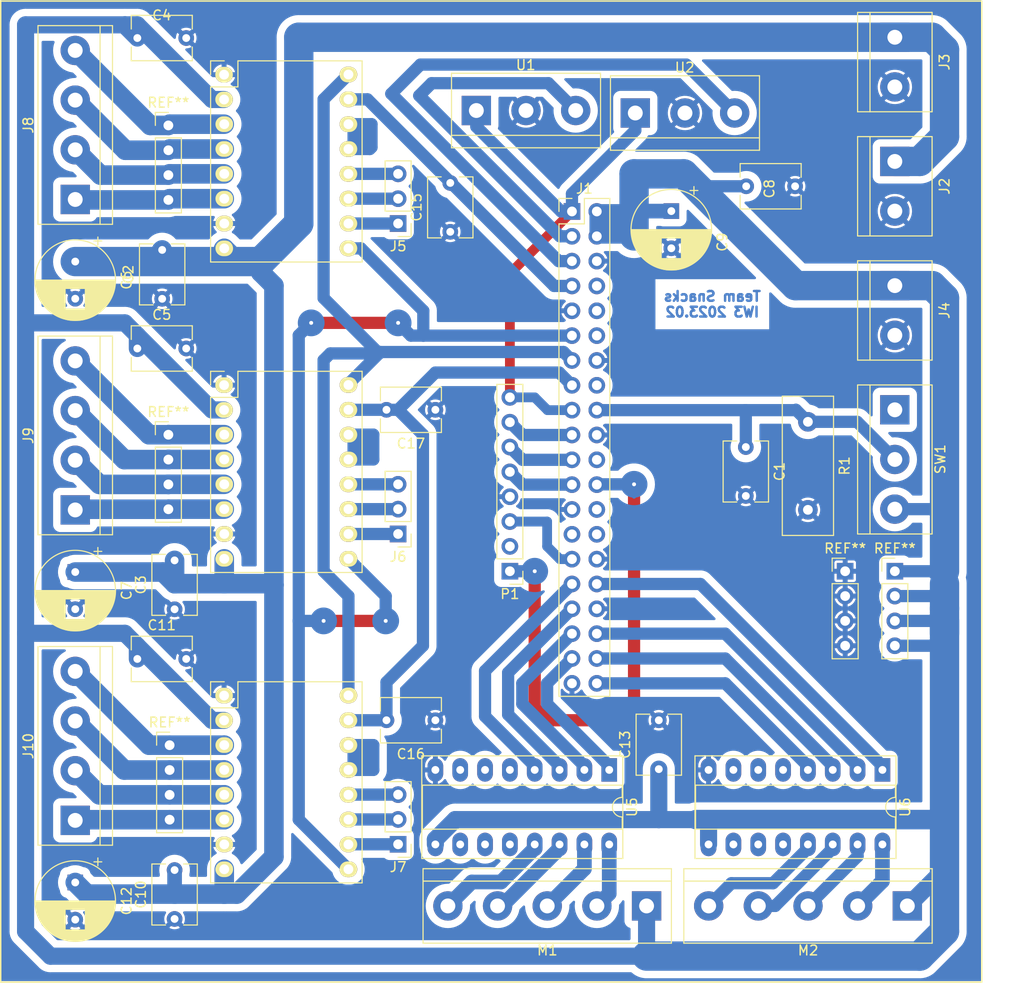
<source format=kicad_pcb>
(kicad_pcb (version 20211014) (generator pcbnew)
  (layers (0 "F.Cu" signal) (31 "B.Cu" signal) (34 "B.Paste" user) (35 "F.Paste" user) (36 "B.SilkS" user "B.Silkscreen") (37 "F.SilkS" user "F.Silkscreen") (38 "B.Mask" user) (39 "F.Mask" user) (44 "Edge.Cuts" user))
  (net 0 "")
  (net 1 "GND")
  (net 2 "+5V")
  (net 3 "+12V")
  (net 4 "EN CNTRL")
  (net 5 "Net-(J7-Pad1)")
  (net 6 "Net-(J7-Pad2)")
  (net 7 "Net-(J7-Pad3)")
  (net 8 "Net-(U7-Pad13)")
  (net 9 "V STEP CNTRL")
  (net 10 "DIR CNTRL")
  (net 11 "Net-(J6-Pad1)")
  (net 12 "Net-(J6-Pad2)")
  (net 13 "Net-(J6-Pad3)")
  (net 14 "Net-(U3-Pad13)")
  (net 15 "H STEP CNTRL")
  (net 16 "Net-(J5-Pad1)")
  (net 17 "Net-(J5-Pad2)")
  (net 18 "Net-(J5-Pad3)")
  (net 19 "Net-(U4-Pad13)")
  (net 20 "Net-(M2-Pad4)")
  (net 21 "Net-(M1-Pad2)")
  (net 22 "Net-(M1-Pad3)")
  (net 23 "Net-(M2-Pad2)")
  (net 24 "Net-(M2-Pad3)")
  (net 25 "Net-(J9-Pad4)")
  (net 26 "Net-(M2-Pad5)")
  (net 27 "Net-(M1-Pad4)")
  (net 28 "Net-(M1-Pad5)")
  (net 29 "Limit SW")
  (net 31 "PD CNTRL I1")
  (net 32 "PD CNTRL I2")
  (net 33 "PD CNTRL I3")
  (net 34 "PD CNTRL I4")
  (net 41 "D CNTRL I1")
  (net 42 "D CNTRL I2")
  (net 43 "D CNTRL I3")
  (net 44 "D CNTRL I4")
  (net 51 "+3V3")
  (net 54 "V Sensor")
  (net 55 "H Sensor")
  (net 57 "Net-(J9-Pad3)")
  (net 58 "Net-(J9-Pad2)")
  (net 59 "Net-(J9-Pad1)")
  (net 60 "Net-(J8-Pad4)")
  (net 61 "Net-(J8-Pad3)")
  (net 62 "Net-(J8-Pad2)")
  (net 63 "Net-(J8-Pad1)")
  (net 64 "Net-(J10-Pad4)")
  (net 65 "Net-(J10-Pad3)")
  (net 66 "Net-(J10-Pad2)")
  (net 67 "Net-(J10-Pad1)")
  (net 68 "RFID SDA")
  (net 69 "RFID SCK")
  (net 70 "RFID MOSI")
  (net 71 "RFID MISO")
  (net 72 "RFID RST")
  (footprint "Capacitor_THT:C_Disc_D6.0mm_W4.4mm_P5.00mm" (layer "F.Cu") (at 34.29 25.48)
    (fp_text reference "C4")
    (fp_text value "100nF")
  )
  (footprint "TerminalBlock:TerminalBlock_bornier-4_P5.08mm" (layer "F.Cu") (at 27.94 73.74 90)
    (fp_text reference "J9")
    (fp_text value "Motor")
  )
  (footprint "Connector_PinHeader_2.54mm:PinHeader_1x04_P2.54mm_Vertical" (layer "F.Cu") (at 37.592 97.8)
    (fp_text reference "REF**")
    (fp_text value "PinHeader_1x04_P2.54mm_Vertical")
  )
  (footprint "Connector_PinHeader_2.54mm:PinHeader_1x03_P2.54mm_Vertical" (layer "F.Cu") (at 60.96 44.45 180)
    (fp_text reference "J5")
    (fp_text value "Conn_01x03_Male")
  )
  (footprint "Capacitor_THT:C_Disc_D6.0mm_W4.4mm_P5.00mm" (layer "F.Cu") (at 101.56 40.64 180)
    (fp_text reference "C8")
    (fp_text value "100nF")
  )
  (footprint "TerminalBlock:TerminalBlock_bornier-3_P5.08mm" (layer "F.Cu") (at 111.76 63.5 -90)
    (fp_text reference "SW1")
    (fp_text value "SW_SPDT")
  )
  (footprint "TerminalBlock:TerminalBlock_bornier-5_P5.08mm" (layer "F.Cu") (at 113.04 114.24 180)
    (fp_text reference "M2")
    (fp_text value "Stepper_Motor_unipolar_5pin")
  )
  (footprint "Capacitor_THT:CP_Radial_D8.0mm_P3.80mm" (layer "F.Cu") (at 27.94 48.34 -90)
    (fp_text reference "C6")
    (fp_text value "220uF")
  )
  (footprint "Capacitor_THT:C_Disc_D6.0mm_W4.4mm_P5.00mm" (layer "F.Cu") (at 96.52 67.31 -90)
    (fp_text reference "C1")
    (fp_text value "100nF")
  )
  (footprint "Capacitor_THT:C_Disc_D6.0mm_W4.4mm_P5.00mm" (layer "F.Cu") (at 64.77 95.25 180)
    (fp_text reference "C16")
    (fp_text value "100n")
  )
  (footprint "Capacitor_THT:CP_Radial_D8.0mm_P3.80mm" (layer "F.Cu") (at 27.94 111.84 -90)
    (fp_text reference "C12")
    (fp_text value "220uF")
  )
  (footprint "TerminalBlock:TerminalBlock_bornier-2_P5.08mm" (layer "F.Cu") (at 111.76 50.8 -90)
    (fp_text reference "J4")
    (fp_text value "5V Input")
  )
  (footprint "Capacitor_THT:C_Disc_D6.0mm_W4.4mm_P5.00mm" (layer "F.Cu") (at 66.294 45.299 90)
    (fp_text reference "C15")
    (fp_text value "100n")
  )
  (footprint "Capacitor_THT:CP_Radial_D8.0mm_P3.80mm" (layer "F.Cu") (at 88.9 43.18 -90)
    (fp_text reference "C9")
    (fp_text value "220uF")
  )
  (footprint "Connector_PinHeader_2.54mm:PinHeader_1x03_P2.54mm_Vertical" (layer "F.Cu") (at 60.96 107.935 180)
    (fp_text reference "J7")
    (fp_text value "Conn_01x03_Male")
  )
  (footprint "TerminalBlock:TerminalBlock_bornier-5_P5.08mm" (layer "F.Cu") (at 86.37 114.24 180)
    (fp_text reference "M1")
    (fp_text value "Stepper_Motor_unipolar_5pin")
  )
  (footprint "Capacitor_THT:CP_Radial_D8.0mm_P3.80mm" (layer "F.Cu") (at 27.94 80.09 -90)
    (fp_text reference "C7")
    (fp_text value "220uF")
  )
  (footprint "Package_DIP:DIP-16_W7.62mm_Socket_LongPads" (layer "F.Cu") (at 110.49 100.33 -90)
    (fp_text reference "U6")
    (fp_text value "ULN2003A")
  )
  (footprint "custom-footprint-library:Pololu_A4988" (layer "F.Cu") (at 43.18 92.71)
    (fp_text reference "U7")
    (fp_text value "A4988")
  )
  (footprint "Capacitor_THT:C_Disc_D6.0mm_W4.4mm_P5.00mm" (layer "F.Cu") (at 87.62 100.25 90)
    (fp_text reference "C13")
    (fp_text value "100nF")
  )
  (footprint "Capacitor_THT:C_Disc_D6.0mm_W4.4mm_P5.00mm" (layer "F.Cu") (at 38.1 83.9 90)
    (fp_text reference "C3")
    (fp_text value "100nF")
  )
  (footprint "Capacitor_THT:C_Disc_D6.0mm_W4.4mm_P5.00mm" (layer "F.Cu") (at 34.29 57.23)
    (fp_text reference "C5")
    (fp_text value "100nF")
  )
  (footprint "Connector_PinHeader_2.54mm:PinHeader_1x04_P2.54mm_Vertical" (layer "F.Cu") (at 106.68 80.01)
    (fp_text reference "REF**")
    (fp_text value "PinHeader_1x04_P2.54mm_Vertical")
  )
  (footprint "TerminalBlock:TerminalBlock_bornier-2_P5.08mm" (layer "F.Cu") (at 111.76 25.4 -90)
    (fp_text reference "J3")
    (fp_text value "12V Output")
  )
  (footprint "TerminalBlock:TerminalBlock_bornier-4_P5.08mm" (layer "F.Cu") (at 27.94 105.49 90)
    (fp_text reference "J10")
    (fp_text value "Motor")
  )
  (footprint "Package_DIP:DIP-16_W7.62mm_Socket_LongPads" (layer "F.Cu") (at 82.55 100.33 -90)
    (fp_text reference "U5")
    (fp_text value "ULN2003A")
  )
  (footprint "TerminalBlock:TerminalBlock_bornier-3_P5.08mm" (layer "F.Cu") (at 68.961 32.893)
    (fp_text reference "U1")
    (fp_text value "IR-D")
  )
  (footprint "Capacitor_THT:C_Disc_D6.0mm_W4.4mm_P5.00mm" (layer "F.Cu") (at 34.29 88.98)
    (fp_text reference "C11")
    (fp_text value "100nF")
  )
  (footprint "TerminalBlock:TerminalBlock_bornier-2_P5.08mm" (layer "F.Cu") (at 111.76 38.1 -90)
    (fp_text reference "J2")
    (fp_text value "12V Input")
  )
  (footprint "Connector_PinHeader_2.54mm:PinHeader_1x04_P2.54mm_Vertical" (layer "F.Cu") (at 37.465 34.417)
    (fp_text reference "REF**")
    (fp_text value "PinHeader_1x04_P2.54mm_Vertical")
  )
  (footprint "custom-footprint-library:Pololu_A4988" (layer "F.Cu") (at 43.18 29.21)
    (fp_text reference "U3")
    (fp_text value "A4988")
  )
  (footprint "Capacitor_THT:C_Disc_D6.0mm_W4.4mm_P5.00mm" (layer "F.Cu") (at 38.1 115.57 90)
    (fp_text reference "C10")
    (fp_text value "100nF")
  )
  (footprint "Connector_PinHeader_2.54mm:PinHeader_1x03_P2.54mm_Vertical" (layer "F.Cu") (at 60.96 76.2 180)
    (fp_text reference "J6")
    (fp_text value "Conn_01x03_Male")
  )
  (footprint "Capacitor_THT:C_Disc_D6.0mm_W4.4mm_P5.00mm" (layer "F.Cu") (at 64.77 63.5 180)
    (fp_text reference "C17")
    (fp_text value "100n")
  )
  (footprint "Resistor_THT:R_Box_L14.0mm_W5.0mm_P9.00mm" (layer "F.Cu") (at 102.87 64.73 -90)
    (fp_text reference "R1")
    (fp_text value "10K")
  )
  (footprint "Connector_PinHeader_2.54mm:PinHeader_1x08_P2.54mm_Vertical" (layer "F.Cu") (at 72.39 80.01 180)
    (fp_text reference "P1")
    (fp_text value "RFID-RC522-MODULE")
  )
  (footprint "Connector_PinHeader_2.54mm:PinHeader_1x04_P2.54mm_Vertical" (layer "F.Cu") (at 111.76 80.01)
    (fp_text reference "REF**")
    (fp_text value "PinHeader_1x04_P2.54mm_Vertical")
  )
  (footprint "custom-footprint-library:Pololu_A4988" (layer "F.Cu") (at 43.18 60.96)
    (fp_text reference "U4")
    (fp_text value "A4988")
  )
  (footprint "Connector_PinHeader_2.54mm:PinHeader_1x04_P2.54mm_Vertical" (layer "F.Cu") (at 37.465 66.05)
    (fp_text reference "REF**")
    (fp_text value "PinHeader_1x04_P2.54mm_Vertical")
  )
  (footprint "TerminalBlock:TerminalBlock_bornier-3_P5.08mm" (layer "F.Cu") (at 85.217 33.147)
    (fp_text reference "U2")
    (fp_text value "IR-D")
  )
  (footprint "Connector_PinHeader_2.54mm:PinHeader_2x20_P2.54mm_Vertical" (layer "F.Cu") (at 78.74 43.215)
    (fp_text reference "J1")
    (fp_text value "Raspberry_Pi_4")
  )
  (footprint "TerminalBlock:TerminalBlock_bornier-4_P5.08mm" (layer "F.Cu") (at 27.94 41.99 90)
    (fp_text reference "J8")
    (fp_text value "Motor")
  )
  (footprint "Capacitor_THT:C_Disc_D6.0mm_W4.4mm_P5.00mm" (layer "F.Cu") (at 36.83 52.15 90)
    (fp_text reference "C2")
    (fp_text value "100nF")
  )
  (gr_circle (center 59.69 85.09) (end 60.96 85.09) (layer "B.Cu") (width 0.2) (fill solid))
  (gr_rect (start 55.88 97.79) (end 58.42 100.33) (layer "B.Cu") (width 0.2) (fill solid))
  (gr_rect (start 55.88 34.29) (end 58.42 36.83) (layer "B.Cu") (width 0.2) (fill solid))
  (gr_rect (start 81.28 43.18) (end 85.09 45.72) (layer "B.Cu") (width 0.2) (fill none))
  (gr_rect (start 81.28 43.18) (end 85.09 45.72) (layer "B.Cu") (width 0.2) (fill solid))
  (gr_circle (center 85.09 72.39) (end 85.09 72.39) (layer "B.Cu") (width 0.2) (fill none))
  (gr_circle (center 60.96 54.61) (end 62.23 54.61) (layer "B.Cu") (width 0.2) (fill solid))
  (gr_rect (start 55.88 66.04) (end 58.42 68.58) (layer "B.Cu") (width 0.2) (fill solid))
  (gr_circle (center 74.93 80.01) (end 76.2 80.01) (layer "B.Cu") (width 0.2) (fill solid))
  (gr_circle (center 85.09 71.12) (end 86.36 71.12) (layer "B.Cu") (width 0.2) (fill solid))
  (gr_circle (center 52.07 54.61) (end 53.34 54.61) (layer "B.Cu") (width 0.2) (fill solid))
  (gr_rect (start 85.09 45.72) (end 85.09 45.72) (layer "B.Cu") (width 0.2) (fill none))
  (gr_circle (center 53.34 85.09) (end 54.61 85.09) (layer "B.Cu") (width 0.2) (fill solid))
  (gr_rect (start 20.32 21.697) (end 120.65 122.027) (layer "F.SilkS") (width 0.15) (fill none))
  (gr_text "Team Snacks\nIW3 2023.02" (at 93.091 52.705) (layer "B.Cu") (effects (font (size 1 1) (thickness 0.25)) (justify mirror)))
  (segment (start 72.39 72.39) (end 72.425 72.39) (width 1) (layer "B.Cu") (net 1))
  (segment (start 116.84 83.82) (end 116.84 86.36) (width 3) (layer "B.Cu") (net 2))
  (segment (start 113.04 114.24) (end 113.04 114.29) (width 1.75) (layer "B.Cu") (net 2))
  (segment (start 22.86 54.61) (end 33.02 54.61) (width 1.75) (layer "B.Cu") (net 2))
  (segment (start 115.57 73.66) (end 116.184511 74.274511) (width 1.25) (layer "B.Cu") (net 2))
  (segment (start 111.76 50.8) (end 101.6 50.8) (width 3) (layer "B.Cu") (net 2))
  (segment (start 88.9 43.18) (end 85.09 43.18) (width 1.5) (layer "B.Cu") (net 2))
  (segment (start 91.44 105.41) (end 115.529022 105.41) (width 2) (layer "B.Cu") (net 2))
  (segment (start 111.76 80.01) (end 115.57 80.01) (width 1.25) (layer "B.Cu") (net 2))
  (segment (start 111.76 73.66) (end 115.57 73.66) (width 1.25) (layer "B.Cu") (net 2))
  (segment (start 81.28 43.215) (end 81.28 45.755) (width 1.5) (layer "B.Cu") (net 2))
  (segment (start 111.76 82.55) (end 115.57 82.55) (width 1.25) (layer "B.Cu") (net 2))
  (segment (start 33.02 24.21) (end 34.29 25.48) (width 1.75) (layer "B.Cu") (net 2))
  (segment (start 33.02 54.61) (end 34.29 55.88) (width 1.75) (layer "B.Cu") (net 2))
  (segment (start 116.84 52.07) (end 116.84 80.01) (width 3) (layer "B.Cu") (net 2))
  (segment (start 34.29 87.63) (end 34.29 88.98) (width 1.75) (layer "B.Cu") (net 2))
  (segment (start 111.76 87.63) (end 115.57 87.63) (width 1.25) (layer "B.Cu") (net 2))
  (segment (start 85.055 43.215) (end 85.09 43.25) (width 3) (layer "B.Cu") (net 2))
  (segment (start 64.77 107.439029) (end 64.77 107.95) (width 1.75) (layer "B.Cu") (net 2))
  (segment (start 92.71 105.45) (end 92.67 105.41) (width 1.75) (layer "B.Cu") (net 2))
  (segment (start 41.926285 95.266285) (end 43.161349 95.266285) (width 1.75) (layer "B.Cu") (net 2))
  (segment (start 87.62 105.41) (end 66.799029 105.41) (width 1.75) (layer "B.Cu") (net 2))
  (segment (start 115.57 80.01) (end 116.84 81.28) (width 1.25) (layer "B.Cu") (net 2))
  (segment (start 33.02 24.13) (end 33.02 24.21) (width 1.75) (layer "B.Cu") (net 2))
  (segment (start 116.84 85.09) (end 116.84 116.84) (width 3) (layer "B.Cu") (net 2))
  (segment (start 22.86 54.61) (end 22.86 24.13) (width 1.75) (layer "B.Cu") (net 2))
  (segment (start 96.56 40.64) (end 92.71 40.64) (width 1.25) (layer "B.Cu") (net 2))
  (segment (start 22.86 24.13) (end 33.02 24.13) (width 1.75) (layer "B.Cu") (net 2))
  (segment (start 86.37 114.24) (end 86.37 119.37) (width 1.75) (layer "B.Cu") (net 2))
  (segment (start 34.29 55.88) (end 41.926285 63.516285) (width 1.75) (layer "B.Cu") (net 2))
  (segment (start 34.29 57.23) (end 34.29 55.88) (width 1.75) (layer "B.Cu") (net 2))
  (segment (start 86.36 119.38) (end 25.4 119.38) (width 1.75) (layer "B.Cu") (net 2))
  (segment (start 114.31 119.37) (end 86.37 119.37) (width 3) (layer "B.Cu") (net 2))
  (segment (start 22.86 86.36) (end 33.02 86.36) (width 1.75) (layer "B.Cu") (net 2))
  (segment (start 85.09 39.37) (end 85.09 43.18) (width 3) (layer "B.Cu") (net 2))
  (segment (start 92.71 107.95) (end 92.71 105.45) (width 1.75) (layer "B.Cu") (net 2))
  (segment (start 87.62 105.41) (end 87.62 100.25) (width 1.75) (layer "B.Cu") (net 2))
  (segment (start 22.86 116.84) (end 22.86 86.36) (width 1.75) (layer "B.Cu") (net 2))
  (segment (start 22.86 86.36) (end 22.86 54.61) (width 1.75) (layer "B.Cu") (net 2))
  (segment (start 115.57 82.55) (end 116.84 81.28) (width 1.25) (layer "B.Cu") (net 2))
  (segment (start 85.09 43.18) (end 85.055 43.215) (width 3) (layer "B.Cu") (net 2))
  (segment (start 81.28 43.215) (end 85.055 43.215) (width 1.5) (layer "B.Cu") (net 2))
  (segment (start 33.02 24.13) (end 34.29 24.13) (width 1.75) (layer "B.Cu") (net 2))
  (segment (start 87.62 105.41) (end 92.67 105.41) (width 1.75) (layer "B.Cu") (net 2))
  (segment (start 33.02 86.36) (end 34.29 87.63) (width 1.75) (layer "B.Cu") (net 2))
  (segment (start 92.075 41.275) (end 90.17 39.37) (width 3) (layer "B.Cu") (net 2))
  (segment (start 113.04 114.29) (end 116.184511 111.145489) (width 1.75) (layer "B.Cu") (net 2))
  (segment (start 115.57 50.8) (end 116.84 52.07) (width 3) (layer "B.Cu") (net 2))
  (segment (start 85.055 45.755) (end 85.09 45.72) (width 1.5) (layer "B.Cu") (net 2))
  (segment (start 111.76 50.8) (end 115.57 50.8) (width 3) (layer "B.Cu") (net 2))
  (segment (start 34.29 87.63) (end 41.926285 95.266285) (width 1.75) (layer "B.Cu") (net 2))
  (segment (start 116.84 81.28) (end 116.84 83.82) (width 3) (layer "B.Cu") (net 2))
  (segment (start 41.926285 63.516285) (end 43.161349 63.516285) (width 1.75) (layer "B.Cu") (net 2))
  (segment (start 85.09 43.25) (end 85.09 45.72) (width 3) (layer "B.Cu") (net 2))
  (segment (start 115.57 85.09) (end 116.84 83.82) (width 1.25) (layer "B.Cu") (net 2))
  (segment (start 101.6 50.8) (end 92.075 41.275) (width 3) (layer "B.Cu") (net 2))
  (segment (start 111.76 85.09) (end 115.57 85.09) (width 1.25) (layer "B.Cu") (net 2))
  (segment (start 81.28 45.755) (end 85.055 45.755) (width 1.5) (layer "B.Cu") (net 2))
  (segment (start 66.799029 105.41) (end 64.77 107.439029) (width 1.75) (layer "B.Cu") (net 2))
  (segment (start 41.926285 31.766285) (end 43.161349 31.766285) (width 1.75) (layer "B.Cu") (net 2))
  (segment (start 86.37 119.37) (end 86.36 119.38) (width 1.75) (layer "B.Cu") (net 2))
  (segment (start 34.29 24.13) (end 41.926285 31.766285) (width 1.75) (layer "B.Cu") (net 2))
  (segment (start 92.71 40.64) (end 92.075 41.275) (width 1.25) (layer "B.Cu") (net 2))
  (segment (start 115.57 87.63) (end 116.84 86.36) (width 1.25) (layer "B.Cu") (net 2))
  (segment (start 116.84 116.84) (end 114.31 119.37) (width 3) (layer "B.Cu") (net 2))
  (segment (start 90.17 39.37) (end 85.09 39.37) (width 3) (layer "B.Cu") (net 2))
  (segment (start 25.4 119.38) (end 22.86 116.84) (width 1.75) (layer "B.Cu") (net 2))
  (segment (start 44.37 48.34) (end 46.91 48.34) (width 2) (layer "B.Cu") (net 3))
  (segment (start 111.76 25.4) (end 115.57 25.4) (width 3) (layer "B.Cu") (net 3))
  (segment (start 111.76 25.4) (end 50.8 25.4) (width 3) (layer "B.Cu") (net 3))
  (segment (start 48.133 81.28) (end 48.26 81.407) (width 2) (layer "B.Cu") (net 3))
  (segment (start 43.1 47.07) (end 43.18 46.99) (width 2) (layer "B.Cu") (net 3))
  (segment (start 38.1 78.9) (end 38.1 81.28) (width 2) (layer "B.Cu") (net 3))
  (segment (start 48.26 50.8) (end 48.26 81.407) (width 2) (layer "B.Cu") (net 3))
  (segment (start 115.57 25.4) (end 116.84 26.67) (width 3) (layer "B.Cu") (net 3))
  (segment (start 114.3 38.1) (end 111.76 38.1) (width 3) (layer "B.Cu") (net 3))
  (segment (start 43.1 48.34) (end 44.37 48.34) (width 2) (layer "B.Cu") (net 3))
  (segment (start 38.1 110.57) (end 38.1 113.03) (width 1.5) (layer "B.Cu") (net 3))
  (segment (start 46.91 48.34) (end 27.94 48.34) (width 3) (layer "B.Cu") (net 3))
  (segment (start 36.75 47.23) (end 36.83 47.15) (width 2) (layer "B.Cu") (net 3))
  (segment (start 29.13 113.03) (end 27.94 111.84) (width 2) (layer "B.Cu") (net 3))
  (segment (start 36.91 80.09) (end 38.1 81.28) (width 2) (layer "B.Cu") (net 3))
  (segment (start 27.94 80.09) (end 36.91 80.09) (width 2) (layer "B.Cu") (net 3))
  (segment (start 36.75 48.34) (end 43.1 48.34) (width 2) (layer "B.Cu") (net 3))
  (segment (start 43.18 78.74) (end 43.18 81.28) (width 2) (layer "B.Cu") (net 3))
  (segment (start 48.26 109.22) (end 44.45 113.03) (width 2) (layer "B.Cu") (net 3))
  (segment (start 116.84 35.56) (end 114.3 38.1) (width 3) (layer "B.Cu") (net 3))
  (segment (start 43.18 113.03) (end 38.1 113.03) (width 2) (layer "B.Cu") (net 3))
  (segment (start 46.91 49.45) (end 46.91 48.34) (width 2) (layer "B.Cu") (net 3))
  (segment (start 38.1 113.03) (end 29.13 113.03) (width 2) (layer "B.Cu") (net 3))
  (segment (start 36.75 48.34) (end 36.75 47.23) (width 2) (layer "B.Cu") (net 3))
  (segment (start 50.8 44.45) (end 46.91 48.34) (width 3) (layer "B.Cu") (net 3))
  (segment (start 116.84 26.67) (end 116.84 35.56) (width 3) (layer "B.Cu") (net 3))
  (segment (start 48.26 50.8) (end 46.91 49.45) (width 2) (layer "B.Cu") (net 3))
  (segment (start 43.18 113.03) (end 43.18 110.49) (width 2) (layer "B.Cu") (net 3))
  (segment (start 48.26 81.407) (end 48.26 109.22) (width 2) (layer "B.Cu") (net 3))
  (segment (start 38.1 81.28) (end 43.18 81.28) (width 2) (layer "B.Cu") (net 3))
  (segment (start 50.8 25.4) (end 50.8 44.45) (width 3) (layer "B.Cu") (net 3))
  (segment (start 43.18 81.28) (end 48.133 81.28) (width 2) (layer "B.Cu") (net 3))
  (segment (start 44.37 48.34) (end 44.37 48.18) (width 2) (layer "B.Cu") (net 3))
  (segment (start 43.1 48.34) (end 43.1 47.07) (width 2) (layer "B.Cu") (net 3))
  (segment (start 44.37 48.18) (end 43.18 46.99) (width 2) (layer "B.Cu") (net 3))
  (segment (start 44.45 113.03) (end 43.18 113.03) (width 2) (layer "B.Cu") (net 3))
  (segment (start 27.94 48.34) (end 36.75 48.34) (width 2) (layer "B.Cu") (net 3))
  (segment (start 52.07 54.61) (end 60.96 54.61) (width 1.25) (layer "F.Cu") (net 4))
  (segment (start 53.34 85.09) (end 59.69 85.09) (width 1.25) (layer "F.Cu") (net 4))
  (via (at 52.07 54.61) (size 0.8) (drill 0.4) (layers "F.Cu" "B.Cu") (net 4))
  (via (at 53.34 85.09) (size 0.8) (drill 0.4) (layers "F.Cu" "B.Cu") (net 4))
  (via (at 59.69 85.09) (size 0.8) (drill 0.4) (layers "F.Cu" "B.Cu") (net 4))
  (via (at 60.96 54.61) (size 0.8) (drill 0.4) (layers "F.Cu" "B.Cu") (net 4))
  (segment (start 63.535 55.915) (end 62.265 55.915) (width 1.25) (layer "B.Cu") (net 4))
  (segment (start 62.265 55.915) (end 60.96 54.61) (width 1.25) (layer "B.Cu") (net 4))
  (segment (start 59.69 82.55) (end 59.69 85.09) (width 1.25) (layer "B.Cu") (net 4))
  (segment (start 78.74 55.915) (end 63.535 55.915) (width 1.25) (layer "B.Cu") (net 4))
  (segment (start 63.535 53.375) (end 63.535 55.915) (width 1.25) (layer "B.Cu") (net 4))
  (segment (start 50.8 85.09) (end 53.34 85.09) (width 1.25) (layer "B.Cu") (net 4))
  (segment (start 57.15 46.99) (end 63.535 53.375) (width 1.25) (layer "B.Cu") (net 4))
  (segment (start 55.88 46.99) (end 57.15 46.99) (width 1.25) (layer "B.Cu") (net 4))
  (segment (start 50.8 55.88) (end 52.07 54.61) (width 1.25) (layer "B.Cu") (net 4))
  (segment (start 50.8 85.09) (end 50.8 55.88) (width 1.25) (layer "B.Cu") (net 4))
  (segment (start 55.88 110.49) (end 50.8 105.41) (width 1.25) (layer "B.Cu") (net 4))
  (segment (start 50.8 105.41) (end 50.8 85.09) (width 1.25) (layer "B.Cu") (net 4))
  (segment (start 55.88 78.74) (end 59.69 82.55) (width 1.25) (layer "B.Cu") (net 4))
  (segment (start 60.96 107.935) (end 55.895 107.935) (width 1.25) (layer "B.Cu") (net 5))
  (segment (start 55.895 107.935) (end 55.88 107.95) (width 1.25) (layer "B.Cu") (net 5))
  (segment (start 55.895 105.395) (end 55.88 105.41) (width 1.25) (layer "B.Cu") (net 6))
  (segment (start 60.96 105.395) (end 55.895 105.395) (width 1.25) (layer "B.Cu") (net 6))
  (segment (start 60.96 102.855) (end 55.895 102.855) (width 1.25) (layer "B.Cu") (net 7))
  (segment (start 55.895 102.855) (end 55.88 102.87) (width 1.25) (layer "B.Cu") (net 7))
  (segment (start 58.42 100.33) (end 55.88 100.33) (width 1.25) (layer "B.Cu") (net 8))
  (segment (start 55.88 97.79) (end 58.42 97.79) (width 1.25) (layer "B.Cu") (net 8))
  (segment (start 58.42 97.79) (end 58.42 100.33) (width 1.25) (layer "B.Cu") (net 8))
  (segment (start 55.88 95.25) (end 59.77 95.25) (width 1.25) (layer "B.Cu") (net 9))
  (segment (start 63.5 66.04) (end 60.96 63.5) (width 1.25) (layer "B.Cu") (net 9))
  (segment (start 63.5 87.63) (end 63.5 66.04) (width 1.25) (layer "B.Cu") (net 9))
  (segment (start 60.96 63.5) (end 64.77 59.69) (width 1.25) (layer "B.Cu") (net 9))
  (segment (start 59.77 91.36) (end 63.5 87.63) (width 1.25) (layer "B.Cu") (net 9))
  (segment (start 64.77 59.69) (end 77.435 59.69) (width 1.25) (layer "B.Cu") (net 9))
  (segment (start 77.435 59.69) (end 78.74 60.995) (width 1.25) (layer "B.Cu") (net 9))
  (segment (start 59.77 63.5) (end 60.96 63.5) (width 1.25) (layer "B.Cu") (net 9))
  (segment (start 59.77 95.25) (end 59.77 91.36) (width 1.25) (layer "B.Cu") (net 9))
  (segment (start 55.88 63.5) (end 59.77 63.5) (width 1.25) (layer "B.Cu") (net 9))
  (segment (start 55.88 82.55) (end 53.34 80.01) (width 1.25) (layer "B.Cu") (net 10))
  (segment (start 55.88 29.21) (end 53.34 31.75) (width 1.25) (layer "B.Cu") (net 10))
  (segment (start 59.150489 57.589511) (end 77.874511 57.589511) (width 1.25) (layer "B.Cu") (net 10))
  (segment (start 53.34 58.42) (end 54.025 57.735) (width 1.25) (layer "B.Cu") (net 10))
  (segment (start 55.88 60.96) (end 55.88 60.86) (width 1.25) (layer "B.Cu") (net 10))
  (segment (start 59.005 57.735) (end 59.150489 57.589511) (width 1.25) (layer "B.Cu") (net 10))
  (segment (start 53.34 52.07) (end 59.005 57.735) (width 1.25) (layer "B.Cu") (net 10))
  (segment (start 77.874511 57.589511) (end 78.74 58.455) (width 1.25) (layer "B.Cu") (net 10))
  (segment (start 53.34 31.75) (end 53.34 52.07) (width 1.25) (layer "B.Cu") (net 10))
  (segment (start 53.34 80.01) (end 53.34 58.42) (width 1.25) (layer "B.Cu") (net 10))
  (segment (start 55.88 60.86) (end 59.005 57.735) (width 1.25) (layer "B.Cu") (net 10))
  (segment (start 55.88 92.71) (end 55.88 82.55) (width 1.25) (layer "B.Cu") (net 10))
  (segment (start 54.025 57.735) (end 59.005 57.735) (width 1.25) (layer "B.Cu") (net 10))
  (segment (start 60.96 76.2) (end 55.88 76.2) (width 1.25) (layer "B.Cu") (net 11))
  (segment (start 60.96 73.66) (end 55.88 73.66) (width 1.25) (layer "B.Cu") (net 12))
  (segment (start 60.96 71.12) (end 55.88 71.12) (width 1.25) (layer "B.Cu") (net 13))
  (segment (start 58.240481 34.29) (end 58.240481 36.650481) (width 1.25) (layer "B.Cu") (net 14))
  (segment (start 55.88 34.29) (end 58.240481 34.29) (width 1.25) (layer "B.Cu") (net 14))
  (segment (start 58.240481 36.650481) (end 58.060962 36.83) (width 1.25) (layer "B.Cu") (net 14))
  (segment (start 58.060962 36.83) (end 55.88 36.83) (width 1.25) (layer "B.Cu") (net 14))
  (segment (start 66.507 40.427) (end 76.915 50.835) (width 1.25) (layer "B.Cu") (net 15))
  (segment (start 55.88 31.75) (end 57.83 31.75) (width 1.25) (layer "B.Cu") (net 15))
  (segment (start 55.88 31.75) (end 55.753 31.75) (width 1.25) (layer "B.Cu") (net 15))
  (segment (start 76.915 50.835) (end 78.74 50.835) (width 1.25) (layer "B.Cu") (net 15))
  (segment (start 66.294 40.299) (end 66.379 40.299) (width 1.25) (layer "B.Cu") (net 15))
  (segment (start 66.379 40.299) (end 66.507 40.427) (width 1.25) (layer "B.Cu") (net 15))
  (segment (start 57.83 31.75) (end 66.507 40.427) (width 1.25) (layer "B.Cu") (net 15))
  (segment (start 60.96 44.45) (end 55.88 44.45) (width 1.25) (layer "B.Cu") (net 16))
  (segment (start 60.96 41.91) (end 55.88 41.91) (width 1.25) (layer "B.Cu") (net 17))
  (segment (start 60.96 39.37) (end 55.88 39.37) (width 1.25) (layer "B.Cu") (net 18))
  (segment (start 55.88 66.04) (end 58.42 66.04) (width 1.25) (layer "B.Cu") (net 19))
  (segment (start 58.42 66.04) (end 58.42 68.58) (width 1.25) (layer "B.Cu") (net 19))
  (segment (start 58.42 68.58) (end 55.88 68.58) (width 1.25) (layer "B.Cu") (net 19))
  (segment (start 105.41 108.35) (end 99.52 114.24) (width 1.25) (layer "B.Cu") (net 20))
  (segment (start 99.52 114.24) (end 97.8 114.24) (width 1.25) (layer "B.Cu") (net 20))
  (segment (start 105.41 107.95) (end 105.41 108.35) (width 1.25) (layer "B.Cu") (net 20))
  (segment (start 82.55 107.95) (end 82.55 112.98) (width 1.5) (layer "B.Cu") (net 21))
  (segment (start 82.55 112.98) (end 81.29 114.24) (width 1.5) (layer "B.Cu") (net 21))
  (segment (start 80.01 110.44) (end 76.21 114.24) (width 1.5) (layer "B.Cu") (net 22))
  (segment (start 80.01 107.95) (end 80.01 110.44) (width 1.5) (layer "B.Cu") (net 22))
  (segment (start 110.49 107.95) (end 110.49 111.71) (width 1.5) (layer "B.Cu") (net 23))
  (segment (start 110.49 111.71) (end 107.96 114.24) (width 1.5) (layer "B.Cu") (net 23))
  (segment (start 107.95 109.17) (end 102.88 114.24) (width 1.25) (layer "B.Cu") (net 24))
  (segment (start 107.95 107.95) (end 107.95 109.17) (width 1.25) (layer "B.Cu") (net 24))
  (segment (start 37.465 66.050008) (end 35.490008 66.050008) (width 2) (layer "B.Cu") (net 25))
  (segment (start 35.490008 66.050008) (end 27.94 58.5) (width 2) (layer "B.Cu") (net 25))
  (segment (start 37.475008 66.04) (end 37.465 66.050008) (width 2) (layer "B.Cu") (net 25))
  (segment (start 35.48 66.04) (end 27.94 58.5) (width 1.25) (layer "B.Cu") (net 25))
  (segment (start 43.18 66.04) (end 37.475008 66.04) (width 2) (layer "B.Cu") (net 25))
  (segment (start 95.044511 111.915489) (end 92.72 114.24) (width 1.25) (layer "B.Cu") (net 26))
  (segment (start 102.87 107.95) (end 102.87 108.35) (width 1.25) (layer "B.Cu") (net 26))
  (segment (start 102.87 108.35) (end 99.304511 111.915489) (width 1.25) (layer "B.Cu") (net 26))
  (segment (start 99.304511 111.915489) (end 95.044511 111.915489) (width 1.25) (layer "B.Cu") (net 26))
  (segment (start 77.47 108.35) (end 71.58 114.24) (width 1.5) (layer "B.Cu") (net 27))
  (segment (start 77.47 107.95) (end 77.47 108.35) (width 1.5) (layer "B.Cu") (net 27))
  (segment (start 71.58 114.24) (end 71.13 114.24) (width 1.5) (layer "B.Cu") (net 27))
  (segment (start 71.489511 111.790489) (end 68.499511 111.790489) (width 1.5) (layer "B.Cu") (net 28))
  (segment (start 68.499511 111.790489) (end 66.05 114.24) (width 1.5) (layer "B.Cu") (net 28))
  (segment (start 74.93 107.95) (end 74.93 108.35) (width 1.5) (layer "B.Cu") (net 28))
  (segment (start 74.93 108.35) (end 71.489511 111.790489) (width 1.5) (layer "B.Cu") (net 28))
  (segment (start 101.605 63.535) (end 96.485 63.535) (width 1.25) (layer "B.Cu") (net 29))
  (segment (start 101.64 63.5) (end 101.605 63.535) (width 1.25) (layer "B.Cu") (net 29))
  (segment (start 96.52 63.57) (end 96.52 67.31) (width 1.25) (layer "B.Cu") (net 29))
  (segment (start 96.485 63.535) (end 96.52 63.57) (width 1.25) (layer "B.Cu") (net 29))
  (segment (start 107.91 64.73) (end 111.76 68.58) (width 1.25) (layer "B.Cu") (net 29))
  (segment (start 96.485 63.535) (end 81.28 63.535) (width 1.25) (layer "B.Cu") (net 29))
  (segment (start 102.87 64.73) (end 107.91 64.73) (width 1.25) (layer "B.Cu") (net 29))
  (segment (start 102.87 64.73) (end 101.64 63.5) (width 1.25) (layer "B.Cu") (net 29))
  (segment (start 76.2 93.58) (end 76.2 91.475) (width 1.25) (layer "B.Cu") (net 31))
  (segment (start 76.2 91.475) (end 78.74 88.935) (width 1.25) (layer "B.Cu") (net 31))
  (segment (start 82.55 100.33) (end 82.55 99.93) (width 1.25) (layer "B.Cu") (net 31))
  (segment (start 82.55 99.93) (end 76.2 93.58) (width 1.25) (layer "B.Cu") (net 31))
  (segment (start 73.66 93.58) (end 73.66 91.475) (width 1.25) (layer "B.Cu") (net 32))
  (segment (start 80.01 99.93) (end 73.66 93.58) (width 1.25) (layer "B.Cu") (net 32))
  (segment (start 73.66 91.475) (end 78.74 86.395) (width 1.25) (layer "B.Cu") (net 32))
  (segment (start 80.01 100.33) (end 80.01 99.93) (width 1.25) (layer "B.Cu") (net 32))
  (segment (start 77.47 99.93) (end 72.210481 94.670481) (width 1.25) (layer "B.Cu") (net 33))
  (segment (start 72.210481 94.670481) (end 72.210481 90.384519) (width 1.25) (layer "B.Cu") (net 33))
  (segment (start 77.47 100.33) (end 77.47 99.93) (width 1.25) (layer "B.Cu") (net 33))
  (segment (start 72.210481 90.384519) (end 78.74 83.855) (width 1.25) (layer "B.Cu") (net 33))
  (segment (start 69.85 94.85) (end 69.85 90.205) (width 1.25) (layer "B.Cu") (net 34))
  (segment (start 74.93 100.33) (end 74.93 99.93) (width 1.25) (layer "B.Cu") (net 34))
  (segment (start 69.85 90.205) (end 78.74 81.315) (width 1.25) (layer "B.Cu") (net 34))
  (segment (start 74.93 99.93) (end 69.85 94.85) (width 1.25) (layer "B.Cu") (net 34))
  (segment (start 91.875 81.315) (end 81.28 81.315) (width 1.25) (layer "B.Cu") (net 41))
  (segment (start 110.49 100.33) (end 110.49 99.93) (width 1.25) (layer "B.Cu") (net 41))
  (segment (start 110.49 99.93) (end 91.875 81.315) (width 1.25) (layer "B.Cu") (net 41))
  (segment (start 94.415 86.395) (end 81.28 86.395) (width 1.25) (layer "B.Cu") (net 42))
  (segment (start 107.95 99.93) (end 94.415 86.395) (width 1.25) (layer "B.Cu") (net 42))
  (segment (start 107.95 100.33) (end 107.95 99.93) (width 1.25) (layer "B.Cu") (net 42))
  (segment (start 105.41 100.33) (end 105.41 99.93) (width 1.25) (layer "B.Cu") (net 43))
  (segment (start 105.41 99.93) (end 94.415 88.935) (width 1.25) (layer "B.Cu") (net 43))
  (segment (start 94.415 88.935) (end 81.28 88.935) (width 1.25) (layer "B.Cu") (net 43))
  (segment (start 102.87 99.93) (end 94.415 91.475) (width 1.25) (layer "B.Cu") (net 44))
  (segment (start 102.87 100.33) (end 102.87 99.93) (width 1.25) (layer "B.Cu") (net 44))
  (segment (start 94.415 91.475) (end 81.28 91.475) (width 1.25) (layer "B.Cu") (net 44))
  (segment (start 72.39 62.23) (end 72.39 49.565) (width 1) (layer "F.Cu") (net 51))
  (segment (start 72.39 49.565) (end 78.74 43.215) (width 1) (layer "F.Cu") (net 51))
  (segment (start 77.632 43.215) (end 68.961 34.544) (width 1.25) (layer "B.Cu") (net 51))
  (segment (start 85.217 33.147) (end 85.217 34.925) (width 1.25) (layer "B.Cu") (net 51))
  (segment (start 72.39 62.23) (end 74.93 62.23) (width 1) (layer "B.Cu") (net 51))
  (segment (start 74.93 62.23) (end 76.235 63.535) (width 1) (layer "B.Cu") (net 51))
  (segment (start 85.217 34.925) (end 78.74 41.402) (width 1.25) (layer "B.Cu") (net 51))
  (segment (start 76.235 63.535) (end 78.74 63.535) (width 1) (layer "B.Cu") (net 51))
  (segment (start 68.961 34.544) (end 68.961 32.893) (width 1.25) (layer "B.Cu") (net 51))
  (segment (start 78.74 43.215) (end 77.632 43.215) (width 1.25) (layer "B.Cu") (net 51))
  (segment (start 78.74 41.402) (end 78.74 43.215) (width 1.25) (layer "B.Cu") (net 51))
  (segment (start 64.389 30.099) (end 63.119 31.369) (width 1.25) (layer "B.Cu") (net 54))
  (segment (start 63.119 31.369) (end 77.505 45.755) (width 1.25) (layer "B.Cu") (net 54))
  (segment (start 79.121 32.893) (end 76.327 30.099) (width 1.25) (layer "B.Cu") (net 54))
  (segment (start 76.327 30.099) (end 64.389 30.099) (width 1.25) (layer "B.Cu") (net 54))
  (segment (start 77.505 45.755) (end 78.74 45.755) (width 1.25) (layer "B.Cu") (net 54))
  (segment (start 63.246 28.194) (end 60.2615 31.1785) (width 1.25) (layer "B.Cu") (net 55))
  (segment (start 90.424 28.194) (end 63.246 28.194) (width 1.25) (layer "B.Cu") (net 55))
  (segment (start 95.123 32.893) (end 90.424 28.194) (width 1.25) (layer "B.Cu") (net 55))
  (segment (start 77.378 48.295) (end 78.74 48.295) (width 1.25) (layer "B.Cu") (net 55))
  (segment (start 60.2615 31.1785) (end 77.378 48.295) (width 1.25) (layer "B.Cu") (net 55))
  (segment (start 32.950008 68.590008) (end 27.94 63.58) (width 2) (layer "B.Cu") (net 57))
  (segment (start 37.475008 68.58) (end 37.465 68.590008) (width 2) (layer "B.Cu") (net 57))
  (segment (start 32.94 68.58) (end 27.94 63.58) (width 1.25) (layer "B.Cu") (net 57))
  (segment (start 43.18 68.58) (end 37.475008 68.58) (width 2) (layer "B.Cu") (net 57))
  (segment (start 37.465 68.590008) (end 32.950008 68.590008) (width 2) (layer "B.Cu") (net 57))
  (segment (start 43.18 71.12) (end 37.475008 71.12) (width 2) (layer "B.Cu") (net 58))
  (segment (start 30.410008 71.130008) (end 27.94 68.66) (width 2) (layer "B.Cu") (net 58))
  (segment (start 30.4 71.12) (end 27.94 68.66) (width 1.25) (layer "B.Cu") (net 58))
  (segment (start 37.465 71.130008) (end 30.410008 71.130008) (width 2) (layer "B.Cu") (net 58))
  (segment (start 37.475008 71.12) (end 37.465 71.130008) (width 2) (layer "B.Cu") (net 58))
  (segment (start 37.475008 73.66) (end 37.465 73.670008) (width 2) (layer "B.Cu") (net 59))
  (segment (start 28.009992 73.670008) (end 27.94 73.74) (width 2) (layer "B.Cu") (net 59))
  (segment (start 37.465 73.670008) (end 28.009992 73.670008) (width 2) (layer "B.Cu") (net 59))
  (segment (start 28.02 73.66) (end 27.94 73.74) (width 1.25) (layer "B.Cu") (net 59))
  (segment (start 43.18 73.66) (end 37.475008 73.66) (width 2) (layer "B.Cu") (net 59))
  (segment (start 37.592 34.29) (end 37.465 34.417) (width 2) (layer "B.Cu") (net 60))
  (segment (start 35.48 34.29) (end 27.94 26.75) (width 1.25) (layer "B.Cu") (net 60))
  (segment (start 43.18 34.29) (end 37.592 34.29) (width 2) (layer "B.Cu") (net 60))
  (segment (start 35.607 34.417) (end 27.94 26.75) (width 2) (layer "B.Cu") (net 60))
  (segment (start 37.465 34.417) (end 35.607 34.417) (width 2) (layer "B.Cu") (net 60))
  (segment (start 37.592 36.83) (end 37.465 36.957) (width 2) (layer "B.Cu") (net 61))
  (segment (start 33.067 36.957) (end 27.94 31.83) (width 2) (layer "B.Cu") (net 61))
  (segment (start 32.94 36.83) (end 27.94 31.83) (width 1.25) (layer "B.Cu") (net 61))
  (segment (start 43.18 36.83) (end 37.592 36.83) (width 2) (layer "B.Cu") (net 61))
  (segment (start 37.465 36.957) (end 33.067 36.957) (width 2) (layer "B.Cu") (net 61))
  (segment (start 37.592 39.37) (end 37.465 39.497) (width 2) (layer "B.Cu") (net 62))
  (segment (start 30.4 39.37) (end 27.94 36.91) (width 1.25) (layer "B.Cu") (net 62))
  (segment (start 43.18 39.37) (end 37.592 39.37) (width 2) (layer "B.Cu") (net 62))
  (segment (start 37.465 39.497) (end 30.527 39.497) (width 2) (layer "B.Cu") (net 62))
  (segment (start 30.527 39.497) (end 27.94 36.91) (width 2) (layer "B.Cu") (net 62))
  (segment (start 28.02 41.91) (end 27.94 41.99) (width 1.25) (layer "B.Cu") (net 63))
  (segment (start 37.465 42.037) (end 27.987 42.037) (width 2) (layer "B.Cu") (net 63))
  (segment (start 37.592 41.91) (end 37.465 42.037) (width 2) (layer "B.Cu") (net 63))
  (segment (start 43.18 41.91) (end 37.592 41.91) (width 2) (layer "B.Cu") (net 63))
  (segment (start 27.987 42.037) (end 27.94 41.99) (width 2) (layer "B.Cu") (net 63))
  (segment (start 43.169992 97.800008) (end 43.18 97.79) (width 2) (layer "B.Cu") (net 64))
  (segment (start 35.490008 97.800008) (end 27.94 90.25) (width 2) (layer "B.Cu") (net 64))
  (segment (start 37.592 97.800008) (end 43.169992 97.800008) (width 2) (layer "B.Cu") (net 64))
  (segment (start 35.48 97.79) (end 27.94 90.25) (width 1.25) (layer "B.Cu") (net 64))
  (segment (start 37.592 97.800008) (end 35.490008 97.800008) (width 2) (layer "B.Cu") (net 64))
  (segment (start 32.950008 100.340008) (end 27.94 95.33) (width 2) (layer "B.Cu") (net 65))
  (segment (start 32.94 100.33) (end 27.94 95.33) (width 1.25) (layer "B.Cu") (net 65))
  (segment (start 43.169992 100.340008) (end 43.18 100.33) (width 2) (layer "B.Cu") (net 65))
  (segment (start 37.592 100.340008) (end 43.169992 100.340008) (width 2) (layer "B.Cu") (net 65))
  (segment (start 37.592 100.340008) (end 32.950008 100.340008) (width 2) (layer "B.Cu") (net 65))
  (segment (start 37.592 102.880008) (end 43.169992 102.880008) (width 2) (layer "B.Cu") (net 66))
  (segment (start 30.410008 102.880008) (end 27.94 100.41) (width 2) (layer "B.Cu") (net 66))
  (segment (start 30.4 102.87) (end 27.94 100.41) (width 1.25) (layer "B.Cu") (net 66))
  (segment (start 43.169992 102.880008) (end 43.18 102.87) (width 2) (layer "B.Cu") (net 66))
  (segment (start 37.592 102.880008) (end 30.410008 102.880008) (width 2) (layer "B.Cu") (net 66))
  (segment (start 37.592 105.420008) (end 28.009992 105.420008) (width 2) (layer "B.Cu") (net 67))
  (segment (start 28.02 105.41) (end 27.94 105.49) (width 1.25) (layer "B.Cu") (net 67))
  (segment (start 28.009992 105.420008) (end 27.94 105.49) (width 2) (layer "B.Cu") (net 67))
  (segment (start 37.592 105.420008) (end 43.169992 105.420008) (width 2) (layer "B.Cu") (net 67))
  (segment (start 43.169992 105.420008) (end 43.18 105.41) (width 2) (layer "B.Cu") (net 67))
  (segment (start 83.82 95.25) (end 85.09 93.98) (width 1.25) (layer "F.Cu") (net 68))
  (segment (start 76.2 95.25) (end 83.82 95.25) (width 1.25) (layer "F.Cu") (net 68))
  (segment (start 74.93 93.98) (end 76.2 95.25) (width 1.25) (layer "F.Cu") (net 68))
  (segment (start 74.93 80.01) (end 74.93 93.98) (width 1.25) (layer "F.Cu") (net 68))
  (segment (start 85.09 93.98) (end 85.09 71.12) (width 1.25) (layer "F.Cu") (net 68))
  (via (at 74.93 80.01) (size 0.8) (drill 0.4) (layers "F.Cu" "B.Cu") (net 68))
  (via (at 85.09 71.12) (size 0.8) (drill 0.4) (layers "F.Cu" "B.Cu") (net 68))
  (segment (start 81.28 71.12) (end 85.09 71.12) (width 1.25) (layer "B.Cu") (net 68))
  (segment (start 81.28 71.155) (end 81.28 71.12) (width 1.25) (layer "B.Cu") (net 68))
  (segment (start 72.39 80.01) (end 74.93 80.01) (width 1.25) (layer "B.Cu") (net 68))
  (segment (start 72.39 69.85) (end 73.695 71.155) (width 1.25) (layer "B.Cu") (net 69))
  (segment (start 73.695 71.155) (end 78.74 71.155) (width 1.25) (layer "B.Cu") (net 69))
  (segment (start 72.39 64.77) (end 73.695 66.075) (width 1.25) (layer "B.Cu") (net 70))
  (segment (start 73.695 66.075) (end 78.74 66.075) (width 1.25) (layer "B.Cu") (net 70))
  (segment (start 72.39 67.31) (end 73.695 68.615) (width 1.25) (layer "B.Cu") (net 71))
  (segment (start 73.695 68.615) (end 78.74 68.615) (width 1.25) (layer "B.Cu") (net 71))
  (segment (start 77.505 78.775) (end 78.74 78.775) (width 1) (layer "B.Cu") (net 72))
  (segment (start 76.2 77.47) (end 77.505 78.775) (width 1) (layer "B.Cu") (net 72))
  (segment (start 72.39 74.93) (end 76.2 74.93) (width 1) (layer "B.Cu") (net 72))
  (segment (start 76.2 74.93) (end 76.2 77.47) (width 1) (layer "B.Cu") (net 72))
  (zone (net 1) (net_name "GND") (layer "B.Cu") (connect_pads thru_hole_only (clearance 0.762)) (min_thickness 0.254) (fill yes (thermal_gap 0.254) (thermal_bridge_width 0.508))
    (polygon (pts (xy 120.65 121.92) (xy 20.32 121.92) (xy 20.32 21.59) (xy 120.65 21.59)))
  )
)
</source>
